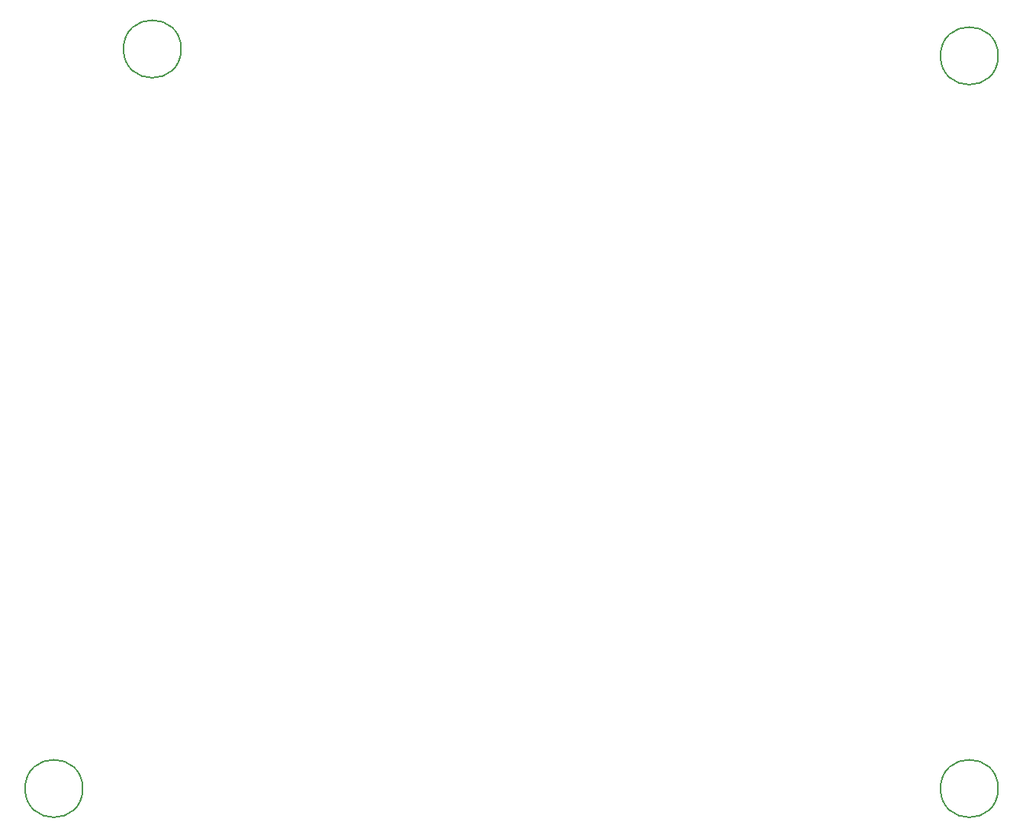
<source format=gbr>
%TF.GenerationSoftware,KiCad,Pcbnew,(6.0.4)*%
%TF.CreationDate,2022-11-01T18:45:12-05:00*%
%TF.ProjectId,RaspPi_RemoteClusterController,52617370-5069-45f5-9265-6d6f7465436c,rev?*%
%TF.SameCoordinates,Original*%
%TF.FileFunction,Other,Comment*%
%FSLAX46Y46*%
G04 Gerber Fmt 4.6, Leading zero omitted, Abs format (unit mm)*
G04 Created by KiCad (PCBNEW (6.0.4)) date 2022-11-01 18:45:12*
%MOMM*%
%LPD*%
G01*
G04 APERTURE LIST*
%ADD10C,0.150000*%
G04 APERTURE END LIST*
D10*
%TO.C,H2*%
X211480000Y-132080000D02*
G75*
G03*
X211480000Y-132080000I-3200000J0D01*
G01*
%TO.C,H3*%
X120802000Y-50038000D02*
G75*
G03*
X120802000Y-50038000I-3200000J0D01*
G01*
%TO.C,H4*%
X109880000Y-132080000D02*
G75*
G03*
X109880000Y-132080000I-3200000J0D01*
G01*
%TO.C,H1*%
X211480000Y-50800000D02*
G75*
G03*
X211480000Y-50800000I-3200000J0D01*
G01*
%TD*%
M02*

</source>
